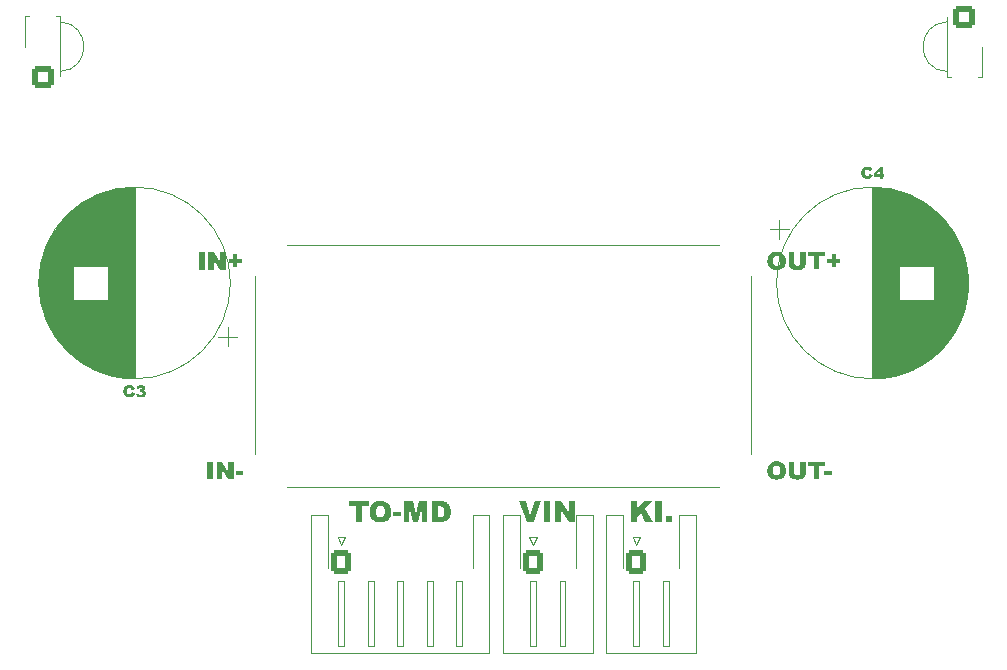
<source format=gbr>
%TF.GenerationSoftware,KiCad,Pcbnew,8.0.1*%
%TF.CreationDate,2024-05-25T14:11:23+09:00*%
%TF.ProjectId,Kicker-20240411,4b69636b-6572-42d3-9230-323430343131,rev?*%
%TF.SameCoordinates,Original*%
%TF.FileFunction,Legend,Top*%
%TF.FilePolarity,Positive*%
%FSLAX46Y46*%
G04 Gerber Fmt 4.6, Leading zero omitted, Abs format (unit mm)*
G04 Created by KiCad (PCBNEW 8.0.1) date 2024-05-25 14:11:23*
%MOMM*%
%LPD*%
G01*
G04 APERTURE LIST*
G04 Aperture macros list*
%AMRoundRect*
0 Rectangle with rounded corners*
0 $1 Rounding radius*
0 $2 $3 $4 $5 $6 $7 $8 $9 X,Y pos of 4 corners*
0 Add a 4 corners polygon primitive as box body*
4,1,4,$2,$3,$4,$5,$6,$7,$8,$9,$2,$3,0*
0 Add four circle primitives for the rounded corners*
1,1,$1+$1,$2,$3*
1,1,$1+$1,$4,$5*
1,1,$1+$1,$6,$7*
1,1,$1+$1,$8,$9*
0 Add four rect primitives between the rounded corners*
20,1,$1+$1,$2,$3,$4,$5,0*
20,1,$1+$1,$4,$5,$6,$7,0*
20,1,$1+$1,$6,$7,$8,$9,0*
20,1,$1+$1,$8,$9,$2,$3,0*%
G04 Aperture macros list end*
%ADD10C,0.150000*%
%ADD11C,0.100000*%
%ADD12C,0.120000*%
%ADD13R,2.400000X2.400000*%
%ADD14C,2.400000*%
%ADD15R,3.000000X3.000000*%
%ADD16RoundRect,0.250000X-0.600000X-0.750000X0.600000X-0.750000X0.600000X0.750000X-0.600000X0.750000X0*%
%ADD17O,1.700000X2.000000*%
%ADD18RoundRect,0.250200X-0.649800X0.649800X-0.649800X-0.649800X0.649800X-0.649800X0.649800X0.649800X0*%
%ADD19C,1.800000*%
%ADD20RoundRect,0.250000X-0.600000X-0.725000X0.600000X-0.725000X0.600000X0.725000X-0.600000X0.725000X0*%
%ADD21O,1.700000X1.950000*%
%ADD22RoundRect,0.250200X0.649800X-0.649800X0.649800X0.649800X-0.649800X0.649800X-0.649800X-0.649800X0*%
G04 APERTURE END LIST*
D10*
G36*
X148525596Y-107258579D02*
G01*
X148798171Y-107337470D01*
X148784683Y-107385370D01*
X148765548Y-107435733D01*
X148742445Y-107481426D01*
X148715372Y-107522447D01*
X148711709Y-107527247D01*
X148676201Y-107567037D01*
X148636172Y-107600954D01*
X148591622Y-107628998D01*
X148564919Y-107642041D01*
X148518207Y-107658924D01*
X148465512Y-107670983D01*
X148414495Y-107677578D01*
X148358896Y-107680480D01*
X148342169Y-107680631D01*
X148292345Y-107679480D01*
X148236429Y-107675061D01*
X148184737Y-107667327D01*
X148129770Y-107654115D01*
X148080552Y-107636392D01*
X148073991Y-107633492D01*
X148029826Y-107609338D01*
X147988372Y-107578334D01*
X147949630Y-107540482D01*
X147918581Y-107502586D01*
X147894228Y-107467163D01*
X147868579Y-107420131D01*
X147848238Y-107368428D01*
X147833202Y-107312053D01*
X147824727Y-107261507D01*
X147819936Y-107207716D01*
X147818757Y-107162348D01*
X147820833Y-107102283D01*
X147827061Y-107045798D01*
X147837441Y-106992893D01*
X147851974Y-106943567D01*
X147870658Y-106897821D01*
X147899853Y-106845673D01*
X147935535Y-106799118D01*
X147951625Y-106782062D01*
X147995841Y-106743714D01*
X148045449Y-106711866D01*
X148100446Y-106686517D01*
X148148325Y-106670918D01*
X148199654Y-106659479D01*
X148254434Y-106652199D01*
X148312663Y-106649079D01*
X148327759Y-106648949D01*
X148385225Y-106650834D01*
X148438708Y-106656486D01*
X148488208Y-106665908D01*
X148542350Y-106682188D01*
X148590755Y-106703895D01*
X148626712Y-106726130D01*
X148665595Y-106757984D01*
X148700546Y-106795659D01*
X148731564Y-106839156D01*
X148758649Y-106888475D01*
X148778216Y-106934021D01*
X148788645Y-106963290D01*
X148513872Y-107024106D01*
X148496243Y-106978480D01*
X148483586Y-106957184D01*
X148448419Y-106920897D01*
X148419594Y-106902718D01*
X148371742Y-106886607D01*
X148335330Y-106883422D01*
X148285535Y-106888628D01*
X148236888Y-106906928D01*
X148196045Y-106938405D01*
X148173153Y-106966709D01*
X148150742Y-107012223D01*
X148137669Y-107064973D01*
X148132149Y-107113721D01*
X148130655Y-107160882D01*
X148132441Y-107218633D01*
X148137799Y-107269154D01*
X148148565Y-107318958D01*
X148169551Y-107368531D01*
X148181457Y-107385341D01*
X148221262Y-107419966D01*
X148270821Y-107440219D01*
X148324339Y-107446158D01*
X148375941Y-107441483D01*
X148422839Y-107425541D01*
X148459406Y-107398286D01*
X148490123Y-107356086D01*
X148510316Y-107311578D01*
X148524289Y-107264261D01*
X148525596Y-107258579D01*
G37*
G36*
X149169420Y-106961580D02*
G01*
X148904905Y-106917616D01*
X148919408Y-106870945D01*
X148941732Y-106821921D01*
X148969877Y-106778741D01*
X149003842Y-106741405D01*
X149031667Y-106718314D01*
X149076428Y-106691286D01*
X149128645Y-106670897D01*
X149179338Y-106658704D01*
X149235509Y-106651388D01*
X149286503Y-106649017D01*
X149297159Y-106648949D01*
X149356159Y-106650690D01*
X149409816Y-106655914D01*
X149458130Y-106664620D01*
X149509055Y-106679664D01*
X149558743Y-106703553D01*
X149582434Y-106720268D01*
X149620903Y-106758111D01*
X149648380Y-106800563D01*
X149664866Y-106847626D01*
X149670362Y-106899298D01*
X149664436Y-106948563D01*
X149644801Y-106997289D01*
X149634458Y-107013604D01*
X149599479Y-107053182D01*
X149560498Y-107083396D01*
X149526747Y-107103485D01*
X149575408Y-107118244D01*
X149615896Y-107137435D01*
X149655453Y-107168577D01*
X149686501Y-107207292D01*
X149693809Y-107219745D01*
X149712843Y-107267984D01*
X149720973Y-107319558D01*
X149721653Y-107341133D01*
X149718001Y-107390445D01*
X149707047Y-107438635D01*
X149688790Y-107485705D01*
X149675491Y-107511371D01*
X149646455Y-107554165D01*
X149611005Y-107591046D01*
X149569141Y-107622016D01*
X149543111Y-107636667D01*
X149496476Y-107655901D01*
X149443033Y-107669640D01*
X149390685Y-107677153D01*
X149341667Y-107680245D01*
X149315721Y-107680631D01*
X149266282Y-107679506D01*
X149213747Y-107675350D01*
X149160491Y-107666852D01*
X149109226Y-107652510D01*
X149099078Y-107648635D01*
X149052209Y-107625599D01*
X149010826Y-107596791D01*
X148974929Y-107562210D01*
X148968408Y-107554602D01*
X148938817Y-107512751D01*
X148913854Y-107464747D01*
X148895343Y-107416282D01*
X148890006Y-107399019D01*
X149169420Y-107368000D01*
X149184269Y-107414860D01*
X149210075Y-107456338D01*
X149220466Y-107465942D01*
X149265632Y-107487863D01*
X149308882Y-107493053D01*
X149357415Y-107484520D01*
X149400073Y-107456607D01*
X149402427Y-107454218D01*
X149429425Y-107411946D01*
X149439710Y-107362325D01*
X149440041Y-107350415D01*
X149434075Y-107301594D01*
X149412365Y-107257583D01*
X149403893Y-107248077D01*
X149361517Y-107220783D01*
X149310033Y-107211720D01*
X149306196Y-107211685D01*
X149255344Y-107217791D01*
X149215582Y-107227316D01*
X149229992Y-107021175D01*
X149266384Y-107024106D01*
X149316759Y-107016596D01*
X149357975Y-106994064D01*
X149388769Y-106954515D01*
X149394856Y-106922990D01*
X149380598Y-106874664D01*
X149367256Y-106860219D01*
X149322412Y-106839327D01*
X149291785Y-106836528D01*
X149241880Y-106845338D01*
X149211185Y-106864371D01*
X149184071Y-106905552D01*
X149170871Y-106953043D01*
X149169420Y-106961580D01*
G37*
D11*
G36*
X154909718Y-113121871D02*
G01*
X155377199Y-113121871D01*
X155377199Y-114622500D01*
X154909718Y-114622500D01*
X154909718Y-113121871D01*
G37*
G36*
X155710224Y-113121871D02*
G01*
X156146197Y-113121871D01*
X156715161Y-113967440D01*
X156715161Y-113121871D01*
X157154798Y-113121871D01*
X157154798Y-114622500D01*
X156715161Y-114622500D01*
X156149128Y-113781327D01*
X156149128Y-114622500D01*
X155710224Y-114622500D01*
X155710224Y-113121871D01*
G37*
G36*
X157347506Y-113895633D02*
G01*
X157957502Y-113895633D01*
X157957502Y-114223895D01*
X157347506Y-114223895D01*
X157347506Y-113895633D01*
G37*
G36*
X154222418Y-95371871D02*
G01*
X154689899Y-95371871D01*
X154689899Y-96872500D01*
X154222418Y-96872500D01*
X154222418Y-95371871D01*
G37*
G36*
X155022924Y-95371871D02*
G01*
X155458897Y-95371871D01*
X156027861Y-96217440D01*
X156027861Y-95371871D01*
X156467498Y-95371871D01*
X156467498Y-96872500D01*
X156027861Y-96872500D01*
X155461828Y-96031327D01*
X155461828Y-96872500D01*
X155022924Y-96872500D01*
X155022924Y-95371871D01*
G37*
G36*
X156744469Y-95958054D02*
G01*
X157139044Y-95958054D01*
X157139044Y-95559450D01*
X157472069Y-95559450D01*
X157472069Y-95958054D01*
X157868841Y-95958054D01*
X157868841Y-96286317D01*
X157472069Y-96286317D01*
X157472069Y-96684921D01*
X157139044Y-96684921D01*
X157139044Y-96286317D01*
X156744469Y-96286317D01*
X156744469Y-95958054D01*
G37*
G36*
X203217522Y-95351561D02*
G01*
X203303663Y-95360972D01*
X203384401Y-95376657D01*
X203459734Y-95398616D01*
X203529664Y-95426849D01*
X203609477Y-95470963D01*
X203680847Y-95524880D01*
X203707030Y-95549192D01*
X203765818Y-95615744D01*
X203814643Y-95690149D01*
X203853503Y-95772407D01*
X203877416Y-95843868D01*
X203894953Y-95920356D01*
X203906113Y-96001869D01*
X203910896Y-96088408D01*
X203911095Y-96110828D01*
X203908913Y-96190503D01*
X203902365Y-96265581D01*
X203888747Y-96349606D01*
X203868843Y-96427011D01*
X203842654Y-96497795D01*
X203821702Y-96541306D01*
X203778949Y-96611158D01*
X203728587Y-96673891D01*
X203670617Y-96729508D01*
X203605038Y-96778006D01*
X203564148Y-96802524D01*
X203486598Y-96838926D01*
X203413792Y-96863012D01*
X203335138Y-96880528D01*
X203250637Y-96891476D01*
X203175752Y-96895582D01*
X203144661Y-96895947D01*
X203066903Y-96893979D01*
X202993457Y-96888076D01*
X202911012Y-96875797D01*
X202834776Y-96857851D01*
X202764747Y-96834237D01*
X202721510Y-96815347D01*
X202651293Y-96775596D01*
X202587142Y-96726870D01*
X202529056Y-96669167D01*
X202477037Y-96602489D01*
X202450034Y-96560357D01*
X202414675Y-96491745D01*
X202386630Y-96416977D01*
X202365902Y-96336052D01*
X202352490Y-96248970D01*
X202346901Y-96171699D01*
X202345987Y-96123285D01*
X202812735Y-96123285D01*
X202815723Y-96203059D01*
X202826763Y-96284897D01*
X202849340Y-96363613D01*
X202887439Y-96433285D01*
X202897732Y-96446051D01*
X202956829Y-96497829D01*
X203027877Y-96530430D01*
X203102036Y-96543374D01*
X203128907Y-96544237D01*
X203208216Y-96536644D01*
X203283693Y-96510398D01*
X203345860Y-96465404D01*
X203361915Y-96448250D01*
X203401763Y-96381995D01*
X203426235Y-96302860D01*
X203439195Y-96217990D01*
X203444025Y-96133634D01*
X203444347Y-96103135D01*
X203441320Y-96028516D01*
X203430138Y-95951490D01*
X203407269Y-95876683D01*
X203368677Y-95809385D01*
X203358251Y-95796854D01*
X203298467Y-95745849D01*
X203226732Y-95713735D01*
X203151954Y-95700984D01*
X203124877Y-95700134D01*
X203049913Y-95707900D01*
X202976883Y-95734748D01*
X202914658Y-95780773D01*
X202898098Y-95798319D01*
X202856834Y-95863721D01*
X202831492Y-95938934D01*
X202818070Y-96017932D01*
X202813068Y-96095439D01*
X202812735Y-96123285D01*
X202345987Y-96123285D01*
X202349204Y-96034229D01*
X202358855Y-95950246D01*
X202374941Y-95871335D01*
X202397461Y-95797495D01*
X202426415Y-95728727D01*
X202471656Y-95649900D01*
X202526951Y-95578997D01*
X202551884Y-95552855D01*
X202620285Y-95493962D01*
X202696576Y-95445050D01*
X202763289Y-95413107D01*
X202835050Y-95387554D01*
X202911861Y-95368388D01*
X202993720Y-95355611D01*
X203080629Y-95349223D01*
X203125976Y-95348424D01*
X203217522Y-95351561D01*
G37*
G36*
X205135851Y-95371871D02*
G01*
X205601500Y-95371871D01*
X205601500Y-96264701D01*
X205598196Y-96338143D01*
X205586776Y-96417026D01*
X205567198Y-96493046D01*
X205559734Y-96515294D01*
X205529016Y-96586163D01*
X205489066Y-96651307D01*
X205439886Y-96710727D01*
X205428942Y-96721924D01*
X205372442Y-96771955D01*
X205308308Y-96815089D01*
X205242096Y-96845755D01*
X205170564Y-96867714D01*
X205092254Y-96883399D01*
X205018172Y-96891977D01*
X204938901Y-96895751D01*
X204915300Y-96895947D01*
X204837104Y-96894129D01*
X204761885Y-96889320D01*
X204682730Y-96881506D01*
X204674598Y-96880560D01*
X204597461Y-96868009D01*
X204522198Y-96847426D01*
X204456978Y-96819743D01*
X204393368Y-96780313D01*
X204333879Y-96730167D01*
X204296510Y-96690783D01*
X204252050Y-96632497D01*
X204215892Y-96567531D01*
X204197226Y-96517859D01*
X204176328Y-96440067D01*
X204162269Y-96367433D01*
X204154670Y-96292780D01*
X204153995Y-96264701D01*
X204153995Y-95371871D01*
X204619644Y-95371871D01*
X204619644Y-96284118D01*
X204627739Y-96361924D01*
X204655036Y-96432387D01*
X204688154Y-96475361D01*
X204752586Y-96519955D01*
X204827624Y-96540941D01*
X204878297Y-96544237D01*
X204955016Y-96536228D01*
X205024689Y-96509223D01*
X205067341Y-96476460D01*
X205111698Y-96412019D01*
X205132573Y-96335898D01*
X205135851Y-96284118D01*
X205135851Y-95371871D01*
G37*
G36*
X205794940Y-95371871D02*
G01*
X207213869Y-95371871D01*
X207213869Y-95723581D01*
X206737962Y-95723581D01*
X206737962Y-96872500D01*
X206271214Y-96872500D01*
X206271214Y-95723581D01*
X205794940Y-95723581D01*
X205794940Y-95371871D01*
G37*
G36*
X207392655Y-95958054D02*
G01*
X207787229Y-95958054D01*
X207787229Y-95559450D01*
X208120254Y-95559450D01*
X208120254Y-95958054D01*
X208517027Y-95958054D01*
X208517027Y-96286317D01*
X208120254Y-96286317D01*
X208120254Y-96684921D01*
X207787229Y-96684921D01*
X207787229Y-96286317D01*
X207392655Y-96286317D01*
X207392655Y-95958054D01*
G37*
G36*
X203217522Y-113101561D02*
G01*
X203303663Y-113110972D01*
X203384401Y-113126657D01*
X203459734Y-113148616D01*
X203529664Y-113176849D01*
X203609477Y-113220963D01*
X203680847Y-113274880D01*
X203707030Y-113299192D01*
X203765818Y-113365744D01*
X203814643Y-113440149D01*
X203853503Y-113522407D01*
X203877416Y-113593868D01*
X203894953Y-113670356D01*
X203906113Y-113751869D01*
X203910896Y-113838408D01*
X203911095Y-113860828D01*
X203908913Y-113940503D01*
X203902365Y-114015581D01*
X203888747Y-114099606D01*
X203868843Y-114177011D01*
X203842654Y-114247795D01*
X203821702Y-114291306D01*
X203778949Y-114361158D01*
X203728587Y-114423891D01*
X203670617Y-114479508D01*
X203605038Y-114528006D01*
X203564148Y-114552524D01*
X203486598Y-114588926D01*
X203413792Y-114613012D01*
X203335138Y-114630528D01*
X203250637Y-114641476D01*
X203175752Y-114645582D01*
X203144661Y-114645947D01*
X203066903Y-114643979D01*
X202993457Y-114638076D01*
X202911012Y-114625797D01*
X202834776Y-114607851D01*
X202764747Y-114584237D01*
X202721510Y-114565347D01*
X202651293Y-114525596D01*
X202587142Y-114476870D01*
X202529056Y-114419167D01*
X202477037Y-114352489D01*
X202450034Y-114310357D01*
X202414675Y-114241745D01*
X202386630Y-114166977D01*
X202365902Y-114086052D01*
X202352490Y-113998970D01*
X202346901Y-113921699D01*
X202345987Y-113873285D01*
X202812735Y-113873285D01*
X202815723Y-113953059D01*
X202826763Y-114034897D01*
X202849340Y-114113613D01*
X202887439Y-114183285D01*
X202897732Y-114196051D01*
X202956829Y-114247829D01*
X203027877Y-114280430D01*
X203102036Y-114293374D01*
X203128907Y-114294237D01*
X203208216Y-114286644D01*
X203283693Y-114260398D01*
X203345860Y-114215404D01*
X203361915Y-114198250D01*
X203401763Y-114131995D01*
X203426235Y-114052860D01*
X203439195Y-113967990D01*
X203444025Y-113883634D01*
X203444347Y-113853135D01*
X203441320Y-113778516D01*
X203430138Y-113701490D01*
X203407269Y-113626683D01*
X203368677Y-113559385D01*
X203358251Y-113546854D01*
X203298467Y-113495849D01*
X203226732Y-113463735D01*
X203151954Y-113450984D01*
X203124877Y-113450134D01*
X203049913Y-113457900D01*
X202976883Y-113484748D01*
X202914658Y-113530773D01*
X202898098Y-113548319D01*
X202856834Y-113613721D01*
X202831492Y-113688934D01*
X202818070Y-113767932D01*
X202813068Y-113845439D01*
X202812735Y-113873285D01*
X202345987Y-113873285D01*
X202349204Y-113784229D01*
X202358855Y-113700246D01*
X202374941Y-113621335D01*
X202397461Y-113547495D01*
X202426415Y-113478727D01*
X202471656Y-113399900D01*
X202526951Y-113328997D01*
X202551884Y-113302855D01*
X202620285Y-113243962D01*
X202696576Y-113195050D01*
X202763289Y-113163107D01*
X202835050Y-113137554D01*
X202911861Y-113118388D01*
X202993720Y-113105611D01*
X203080629Y-113099223D01*
X203125976Y-113098424D01*
X203217522Y-113101561D01*
G37*
G36*
X205135851Y-113121871D02*
G01*
X205601500Y-113121871D01*
X205601500Y-114014701D01*
X205598196Y-114088143D01*
X205586776Y-114167026D01*
X205567198Y-114243046D01*
X205559734Y-114265294D01*
X205529016Y-114336163D01*
X205489066Y-114401307D01*
X205439886Y-114460727D01*
X205428942Y-114471924D01*
X205372442Y-114521955D01*
X205308308Y-114565089D01*
X205242096Y-114595755D01*
X205170564Y-114617714D01*
X205092254Y-114633399D01*
X205018172Y-114641977D01*
X204938901Y-114645751D01*
X204915300Y-114645947D01*
X204837104Y-114644129D01*
X204761885Y-114639320D01*
X204682730Y-114631506D01*
X204674598Y-114630560D01*
X204597461Y-114618009D01*
X204522198Y-114597426D01*
X204456978Y-114569743D01*
X204393368Y-114530313D01*
X204333879Y-114480167D01*
X204296510Y-114440783D01*
X204252050Y-114382497D01*
X204215892Y-114317531D01*
X204197226Y-114267859D01*
X204176328Y-114190067D01*
X204162269Y-114117433D01*
X204154670Y-114042780D01*
X204153995Y-114014701D01*
X204153995Y-113121871D01*
X204619644Y-113121871D01*
X204619644Y-114034118D01*
X204627739Y-114111924D01*
X204655036Y-114182387D01*
X204688154Y-114225361D01*
X204752586Y-114269955D01*
X204827624Y-114290941D01*
X204878297Y-114294237D01*
X204955016Y-114286228D01*
X205024689Y-114259223D01*
X205067341Y-114226460D01*
X205111698Y-114162019D01*
X205132573Y-114085898D01*
X205135851Y-114034118D01*
X205135851Y-113121871D01*
G37*
G36*
X205794940Y-113121871D02*
G01*
X207213869Y-113121871D01*
X207213869Y-113473581D01*
X206737962Y-113473581D01*
X206737962Y-114622500D01*
X206271214Y-114622500D01*
X206271214Y-113473581D01*
X205794940Y-113473581D01*
X205794940Y-113121871D01*
G37*
G36*
X207166242Y-113895633D02*
G01*
X207776238Y-113895633D01*
X207776238Y-114223895D01*
X207166242Y-114223895D01*
X207166242Y-113895633D01*
G37*
D10*
G36*
X181307693Y-116475518D02*
G01*
X181877451Y-116475518D01*
X182274101Y-117735567D01*
X182664768Y-116475518D01*
X183217856Y-116475518D01*
X182563895Y-118226251D01*
X181973622Y-118226251D01*
X181307693Y-116475518D01*
G37*
G36*
X183408487Y-116475518D02*
G01*
X183953882Y-116475518D01*
X183953882Y-118226251D01*
X183408487Y-118226251D01*
X183408487Y-116475518D01*
G37*
G36*
X184342411Y-116475518D02*
G01*
X184851047Y-116475518D01*
X185514838Y-117462015D01*
X185514838Y-116475518D01*
X186027748Y-116475518D01*
X186027748Y-118226251D01*
X185514838Y-118226251D01*
X184854466Y-117244883D01*
X184854466Y-118226251D01*
X184342411Y-118226251D01*
X184342411Y-116475518D01*
G37*
G36*
X166928734Y-116475518D02*
G01*
X168584151Y-116475518D01*
X168584151Y-116885846D01*
X168028926Y-116885846D01*
X168028926Y-118226251D01*
X167484386Y-118226251D01*
X167484386Y-116885846D01*
X166928734Y-116885846D01*
X166928734Y-116475518D01*
G37*
G36*
X169685144Y-116451822D02*
G01*
X169785642Y-116462802D01*
X169879836Y-116481101D01*
X169967725Y-116506720D01*
X170049310Y-116539658D01*
X170142425Y-116591125D01*
X170225690Y-116654028D01*
X170256237Y-116682391D01*
X170324823Y-116760035D01*
X170381785Y-116846842D01*
X170427122Y-116942810D01*
X170455021Y-117026181D01*
X170475481Y-117115416D01*
X170488500Y-117210515D01*
X170494080Y-117311477D01*
X170494313Y-117337634D01*
X170491767Y-117430588D01*
X170484128Y-117518179D01*
X170468240Y-117616208D01*
X170445019Y-117706513D01*
X170414464Y-117789095D01*
X170390021Y-117839858D01*
X170340142Y-117921352D01*
X170281387Y-117994541D01*
X170213755Y-118059427D01*
X170137246Y-118116008D01*
X170089541Y-118144612D01*
X169999066Y-118187081D01*
X169914126Y-118215181D01*
X169822363Y-118235618D01*
X169723778Y-118248390D01*
X169636412Y-118253180D01*
X169600140Y-118253606D01*
X169509423Y-118251310D01*
X169423735Y-118244423D01*
X169327549Y-118230097D01*
X169238607Y-118209160D01*
X169156907Y-118181611D01*
X169106464Y-118159572D01*
X169024544Y-118113197D01*
X168949701Y-118056349D01*
X168881934Y-117989030D01*
X168821245Y-117911238D01*
X168789742Y-117862084D01*
X168748489Y-117782037D01*
X168715771Y-117694808D01*
X168691588Y-117600395D01*
X168675940Y-117498800D01*
X168669420Y-117408650D01*
X168668353Y-117352166D01*
X169212893Y-117352166D01*
X169216379Y-117445237D01*
X169229258Y-117540714D01*
X169255598Y-117632550D01*
X169300047Y-117713833D01*
X169312055Y-117728728D01*
X169381003Y-117789135D01*
X169463891Y-117827169D01*
X169550411Y-117842271D01*
X169581760Y-117843278D01*
X169674287Y-117834419D01*
X169762343Y-117803799D01*
X169834872Y-117751305D01*
X169853603Y-117731292D01*
X169900091Y-117653995D01*
X169928642Y-117561671D01*
X169943763Y-117462656D01*
X169949398Y-117364241D01*
X169949773Y-117328658D01*
X169946242Y-117241604D01*
X169933196Y-117151739D01*
X169906515Y-117064464D01*
X169861492Y-116985950D01*
X169849329Y-116971331D01*
X169779580Y-116911825D01*
X169695890Y-116874359D01*
X169608649Y-116859482D01*
X169577059Y-116858491D01*
X169489600Y-116867552D01*
X169404399Y-116898874D01*
X169331803Y-116952569D01*
X169312483Y-116973040D01*
X169264341Y-117049342D01*
X169234775Y-117137091D01*
X169219117Y-117229255D01*
X169213282Y-117319680D01*
X169212893Y-117352166D01*
X168668353Y-117352166D01*
X168672107Y-117248269D01*
X168683367Y-117150288D01*
X168702133Y-117058225D01*
X168728406Y-116972079D01*
X168762186Y-116891850D01*
X168814968Y-116799884D01*
X168879478Y-116717165D01*
X168908566Y-116686666D01*
X168988368Y-116617956D01*
X169077374Y-116560893D01*
X169155205Y-116523626D01*
X169238927Y-116493814D01*
X169328540Y-116471454D01*
X169424042Y-116456547D01*
X169525436Y-116449094D01*
X169578341Y-116448163D01*
X169685144Y-116451822D01*
G37*
G36*
X170650323Y-117378239D02*
G01*
X171361986Y-117378239D01*
X171361986Y-117761212D01*
X170650323Y-117761212D01*
X170650323Y-117378239D01*
G37*
G36*
X171585956Y-116475518D02*
G01*
X172302320Y-116475518D01*
X172578864Y-117536387D01*
X172854126Y-116475518D01*
X173568353Y-116475518D01*
X173568353Y-118226251D01*
X173123404Y-118226251D01*
X173123404Y-116882426D01*
X172778472Y-118226251D01*
X172375838Y-118226251D01*
X172031760Y-116882426D01*
X172031760Y-118226251D01*
X171585956Y-118226251D01*
X171585956Y-116475518D01*
G37*
G36*
X174806219Y-116477787D02*
G01*
X174898871Y-116486170D01*
X174994040Y-116503313D01*
X175077775Y-116528525D01*
X175106228Y-116540059D01*
X175185118Y-116580792D01*
X175255894Y-116630384D01*
X175318555Y-116688834D01*
X175349861Y-116725134D01*
X175399764Y-116796079D01*
X175441283Y-116873312D01*
X175474417Y-116956834D01*
X175489201Y-117005952D01*
X175510069Y-117097393D01*
X175524108Y-117191877D01*
X175530853Y-117278417D01*
X175532371Y-117344900D01*
X175530102Y-117445774D01*
X175523295Y-117537782D01*
X175509618Y-117633920D01*
X175489764Y-117717990D01*
X175467830Y-117780446D01*
X175427810Y-117863318D01*
X175379879Y-117938346D01*
X175324036Y-118005531D01*
X175289594Y-118039466D01*
X175216598Y-118097844D01*
X175140262Y-118142615D01*
X175060587Y-118173779D01*
X175044252Y-118178379D01*
X174956817Y-118199323D01*
X174863497Y-118215732D01*
X174775520Y-118224568D01*
X174719836Y-118226251D01*
X173910721Y-118226251D01*
X173910721Y-116885846D01*
X174455260Y-116885846D01*
X174455260Y-117815923D01*
X174588617Y-117815923D01*
X174676771Y-117813049D01*
X174763393Y-117801731D01*
X174831394Y-117779591D01*
X174899217Y-117725215D01*
X174944234Y-117651791D01*
X174969239Y-117567321D01*
X174981260Y-117472687D01*
X174985107Y-117381111D01*
X174985267Y-117356013D01*
X174982051Y-117260564D01*
X174970171Y-117164400D01*
X174945875Y-117074534D01*
X174904874Y-116998980D01*
X174893798Y-116985863D01*
X174825126Y-116933120D01*
X174743193Y-116902353D01*
X174654356Y-116888288D01*
X174591181Y-116885846D01*
X174455260Y-116885846D01*
X173910721Y-116885846D01*
X173910721Y-116475518D01*
X174719836Y-116475518D01*
X174806219Y-116477787D01*
G37*
G36*
X190779187Y-116475518D02*
G01*
X191323727Y-116475518D01*
X191323727Y-117137172D01*
X191894767Y-116475518D01*
X192618397Y-116475518D01*
X191976405Y-117135889D01*
X192647035Y-118226251D01*
X191976405Y-118226251D01*
X191604972Y-117506039D01*
X191323727Y-117798826D01*
X191323727Y-118226251D01*
X190779187Y-118226251D01*
X190779187Y-116475518D01*
G37*
G36*
X192838094Y-116475518D02*
G01*
X193383488Y-116475518D01*
X193383488Y-118226251D01*
X192838094Y-118226251D01*
X192838094Y-116475518D01*
G37*
G36*
X193737396Y-117733857D02*
G01*
X194260136Y-117733857D01*
X194260136Y-118226251D01*
X193737396Y-118226251D01*
X193737396Y-117733857D01*
G37*
G36*
X211000087Y-88758579D02*
G01*
X211272662Y-88837470D01*
X211259174Y-88885370D01*
X211240039Y-88935733D01*
X211216936Y-88981426D01*
X211189863Y-89022447D01*
X211186200Y-89027247D01*
X211150692Y-89067037D01*
X211110663Y-89100954D01*
X211066113Y-89128998D01*
X211039410Y-89142041D01*
X210992698Y-89158924D01*
X210940003Y-89170983D01*
X210888986Y-89177578D01*
X210833387Y-89180480D01*
X210816660Y-89180631D01*
X210766836Y-89179480D01*
X210710920Y-89175061D01*
X210659228Y-89167327D01*
X210604261Y-89154115D01*
X210555043Y-89136392D01*
X210548482Y-89133492D01*
X210504317Y-89109338D01*
X210462863Y-89078334D01*
X210424121Y-89040482D01*
X210393072Y-89002586D01*
X210368719Y-88967163D01*
X210343070Y-88920131D01*
X210322729Y-88868428D01*
X210307693Y-88812053D01*
X210299218Y-88761507D01*
X210294427Y-88707716D01*
X210293248Y-88662348D01*
X210295324Y-88602283D01*
X210301552Y-88545798D01*
X210311932Y-88492893D01*
X210326465Y-88443567D01*
X210345149Y-88397821D01*
X210374344Y-88345673D01*
X210410026Y-88299118D01*
X210426116Y-88282062D01*
X210470332Y-88243714D01*
X210519940Y-88211866D01*
X210574937Y-88186517D01*
X210622816Y-88170918D01*
X210674145Y-88159479D01*
X210728925Y-88152199D01*
X210787154Y-88149079D01*
X210802250Y-88148949D01*
X210859716Y-88150834D01*
X210913199Y-88156486D01*
X210962699Y-88165908D01*
X211016841Y-88182188D01*
X211065246Y-88203895D01*
X211101203Y-88226130D01*
X211140086Y-88257984D01*
X211175037Y-88295659D01*
X211206055Y-88339156D01*
X211233140Y-88388475D01*
X211252707Y-88434021D01*
X211263136Y-88463290D01*
X210988363Y-88524106D01*
X210970734Y-88478480D01*
X210958077Y-88457184D01*
X210922910Y-88420897D01*
X210894085Y-88402718D01*
X210846233Y-88386607D01*
X210809821Y-88383422D01*
X210760026Y-88388628D01*
X210711379Y-88406928D01*
X210670536Y-88438405D01*
X210647644Y-88466709D01*
X210625233Y-88512223D01*
X210612160Y-88564973D01*
X210606640Y-88613721D01*
X210605146Y-88660882D01*
X210606932Y-88718633D01*
X210612290Y-88769154D01*
X210623056Y-88818958D01*
X210644042Y-88868531D01*
X210655948Y-88885341D01*
X210695753Y-88919966D01*
X210745312Y-88940219D01*
X210798830Y-88946158D01*
X210850432Y-88941483D01*
X210897330Y-88925541D01*
X210933897Y-88898286D01*
X210964614Y-88856086D01*
X210984807Y-88811578D01*
X210998780Y-88764261D01*
X211000087Y-88758579D01*
G37*
G36*
X212097225Y-88758579D02*
G01*
X212223743Y-88758579D01*
X212223743Y-88993053D01*
X212097225Y-88993053D01*
X212097225Y-89165000D01*
X211853471Y-89165000D01*
X211853471Y-88993053D01*
X211343736Y-88993053D01*
X211343736Y-88760778D01*
X211345568Y-88758579D01*
X211584315Y-88758579D01*
X211853471Y-88758579D01*
X211853471Y-88443262D01*
X211584315Y-88758579D01*
X211345568Y-88758579D01*
X211853471Y-88148949D01*
X212097225Y-88148949D01*
X212097225Y-88758579D01*
G37*
D12*
%TO.C,C3*%
X140681755Y-98765000D02*
X140681755Y-97235000D01*
X140721755Y-99098000D02*
X140721755Y-96902000D01*
X140761755Y-99351000D02*
X140761755Y-96649000D01*
X140801755Y-99564000D02*
X140801755Y-96436000D01*
X140841755Y-99752000D02*
X140841755Y-96248000D01*
X140881755Y-99920000D02*
X140881755Y-96080000D01*
X140921755Y-100074000D02*
X140921755Y-95926000D01*
X140961755Y-100218000D02*
X140961755Y-95782000D01*
X141001755Y-100351000D02*
X141001755Y-95649000D01*
X141041755Y-100478000D02*
X141041755Y-95522000D01*
X141081755Y-100597000D02*
X141081755Y-95403000D01*
X141121755Y-100711000D02*
X141121755Y-95289000D01*
X141161755Y-100820000D02*
X141161755Y-95180000D01*
X141201755Y-100924000D02*
X141201755Y-95076000D01*
X141241755Y-101024000D02*
X141241755Y-94976000D01*
X141281755Y-101120000D02*
X141281755Y-94880000D01*
X141321755Y-101213000D02*
X141321755Y-94787000D01*
X141361755Y-101303000D02*
X141361755Y-94697000D01*
X141401755Y-101390000D02*
X141401755Y-94610000D01*
X141441755Y-101475000D02*
X141441755Y-94525000D01*
X141481755Y-101557000D02*
X141481755Y-94443000D01*
X141521755Y-101637000D02*
X141521755Y-94363000D01*
X141561755Y-101715000D02*
X141561755Y-94285000D01*
X141601755Y-101790000D02*
X141601755Y-94210000D01*
X141641755Y-101864000D02*
X141641755Y-94136000D01*
X141681755Y-101936000D02*
X141681755Y-94064000D01*
X141721755Y-102007000D02*
X141721755Y-93993000D01*
X141761755Y-102076000D02*
X141761755Y-93924000D01*
X141801755Y-102143000D02*
X141801755Y-93857000D01*
X141841755Y-102209000D02*
X141841755Y-93791000D01*
X141881755Y-102273000D02*
X141881755Y-93727000D01*
X141921755Y-102336000D02*
X141921755Y-93664000D01*
X141961755Y-102398000D02*
X141961755Y-93602000D01*
X142001755Y-102459000D02*
X142001755Y-93541000D01*
X142041755Y-102519000D02*
X142041755Y-93481000D01*
X142081755Y-102577000D02*
X142081755Y-93423000D01*
X142121755Y-102634000D02*
X142121755Y-93366000D01*
X142161755Y-102691000D02*
X142161755Y-93309000D01*
X142201755Y-102746000D02*
X142201755Y-93254000D01*
X142241755Y-102800000D02*
X142241755Y-93200000D01*
X142281755Y-102854000D02*
X142281755Y-93146000D01*
X142321755Y-102906000D02*
X142321755Y-93094000D01*
X142361755Y-102958000D02*
X142361755Y-93042000D01*
X142401755Y-103009000D02*
X142401755Y-92991000D01*
X142441755Y-103059000D02*
X142441755Y-92941000D01*
X142481755Y-103108000D02*
X142481755Y-92892000D01*
X142521755Y-103156000D02*
X142521755Y-92844000D01*
X142561755Y-103204000D02*
X142561755Y-92796000D01*
X142601755Y-103251000D02*
X142601755Y-92749000D01*
X142641755Y-103297000D02*
X142641755Y-92703000D01*
X142681755Y-103343000D02*
X142681755Y-92657000D01*
X142721755Y-103388000D02*
X142721755Y-92612000D01*
X142761755Y-103432000D02*
X142761755Y-92568000D01*
X142801755Y-103475000D02*
X142801755Y-92525000D01*
X142841755Y-103518000D02*
X142841755Y-92482000D01*
X142881755Y-103560000D02*
X142881755Y-92440000D01*
X142921755Y-103602000D02*
X142921755Y-92398000D01*
X142961755Y-103643000D02*
X142961755Y-92357000D01*
X143001755Y-103684000D02*
X143001755Y-92316000D01*
X143041755Y-103724000D02*
X143041755Y-92276000D01*
X143081755Y-103763000D02*
X143081755Y-92237000D01*
X143121755Y-103802000D02*
X143121755Y-92198000D01*
X143161755Y-103840000D02*
X143161755Y-92160000D01*
X143201755Y-103878000D02*
X143201755Y-92122000D01*
X143241755Y-103916000D02*
X143241755Y-92084000D01*
X143281755Y-103952000D02*
X143281755Y-92048000D01*
X143321755Y-103989000D02*
X143321755Y-92011000D01*
X143361755Y-104025000D02*
X143361755Y-91975000D01*
X143401755Y-104060000D02*
X143401755Y-91940000D01*
X143441755Y-104095000D02*
X143441755Y-91905000D01*
X143481755Y-104129000D02*
X143481755Y-91871000D01*
X143521755Y-104163000D02*
X143521755Y-91837000D01*
X143561755Y-104197000D02*
X143561755Y-91803000D01*
X143601755Y-96560000D02*
X143601755Y-91770000D01*
X143601755Y-104230000D02*
X143601755Y-99440000D01*
X143641755Y-96560000D02*
X143641755Y-91737000D01*
X143641755Y-104263000D02*
X143641755Y-99440000D01*
X143681755Y-96560000D02*
X143681755Y-91705000D01*
X143681755Y-104295000D02*
X143681755Y-99440000D01*
X143721755Y-96560000D02*
X143721755Y-91673000D01*
X143721755Y-104327000D02*
X143721755Y-99440000D01*
X143761755Y-96560000D02*
X143761755Y-91642000D01*
X143761755Y-104358000D02*
X143761755Y-99440000D01*
X143801755Y-96560000D02*
X143801755Y-91610000D01*
X143801755Y-104390000D02*
X143801755Y-99440000D01*
X143841755Y-96560000D02*
X143841755Y-91580000D01*
X143841755Y-104420000D02*
X143841755Y-99440000D01*
X143881755Y-96560000D02*
X143881755Y-91550000D01*
X143881755Y-104450000D02*
X143881755Y-99440000D01*
X143921755Y-96560000D02*
X143921755Y-91520000D01*
X143921755Y-104480000D02*
X143921755Y-99440000D01*
X143961755Y-96560000D02*
X143961755Y-91490000D01*
X143961755Y-104510000D02*
X143961755Y-99440000D01*
X144001755Y-96560000D02*
X144001755Y-91461000D01*
X144001755Y-104539000D02*
X144001755Y-99440000D01*
X144041755Y-96560000D02*
X144041755Y-91432000D01*
X144041755Y-104568000D02*
X144041755Y-99440000D01*
X144081755Y-96560000D02*
X144081755Y-91404000D01*
X144081755Y-104596000D02*
X144081755Y-99440000D01*
X144121755Y-96560000D02*
X144121755Y-91376000D01*
X144121755Y-104624000D02*
X144121755Y-99440000D01*
X144161755Y-96560000D02*
X144161755Y-91348000D01*
X144161755Y-104652000D02*
X144161755Y-99440000D01*
X144201755Y-96560000D02*
X144201755Y-91321000D01*
X144201755Y-104679000D02*
X144201755Y-99440000D01*
X144241755Y-96560000D02*
X144241755Y-91294000D01*
X144241755Y-104706000D02*
X144241755Y-99440000D01*
X144281755Y-96560000D02*
X144281755Y-91267000D01*
X144281755Y-104733000D02*
X144281755Y-99440000D01*
X144321755Y-96560000D02*
X144321755Y-91241000D01*
X144321755Y-104759000D02*
X144321755Y-99440000D01*
X144361755Y-96560000D02*
X144361755Y-91215000D01*
X144361755Y-104785000D02*
X144361755Y-99440000D01*
X144401755Y-96560000D02*
X144401755Y-91189000D01*
X144401755Y-104811000D02*
X144401755Y-99440000D01*
X144441755Y-96560000D02*
X144441755Y-91164000D01*
X144441755Y-104836000D02*
X144441755Y-99440000D01*
X144481755Y-96560000D02*
X144481755Y-91139000D01*
X144481755Y-104861000D02*
X144481755Y-99440000D01*
X144521755Y-96560000D02*
X144521755Y-91114000D01*
X144521755Y-104886000D02*
X144521755Y-99440000D01*
X144561755Y-96560000D02*
X144561755Y-91090000D01*
X144561755Y-104910000D02*
X144561755Y-99440000D01*
X144601755Y-96560000D02*
X144601755Y-91066000D01*
X144601755Y-104934000D02*
X144601755Y-99440000D01*
X144641755Y-96560000D02*
X144641755Y-91042000D01*
X144641755Y-104958000D02*
X144641755Y-99440000D01*
X144681755Y-96560000D02*
X144681755Y-91019000D01*
X144681755Y-104981000D02*
X144681755Y-99440000D01*
X144721755Y-96560000D02*
X144721755Y-90996000D01*
X144721755Y-105004000D02*
X144721755Y-99440000D01*
X144761755Y-96560000D02*
X144761755Y-90973000D01*
X144761755Y-105027000D02*
X144761755Y-99440000D01*
X144801755Y-96560000D02*
X144801755Y-90951000D01*
X144801755Y-105049000D02*
X144801755Y-99440000D01*
X144841755Y-96560000D02*
X144841755Y-90928000D01*
X144841755Y-105072000D02*
X144841755Y-99440000D01*
X144881755Y-96560000D02*
X144881755Y-90906000D01*
X144881755Y-105094000D02*
X144881755Y-99440000D01*
X144921755Y-96560000D02*
X144921755Y-90885000D01*
X144921755Y-105115000D02*
X144921755Y-99440000D01*
X144961755Y-96560000D02*
X144961755Y-90864000D01*
X144961755Y-105136000D02*
X144961755Y-99440000D01*
X145001755Y-96560000D02*
X145001755Y-90843000D01*
X145001755Y-105157000D02*
X145001755Y-99440000D01*
X145041755Y-96560000D02*
X145041755Y-90822000D01*
X145041755Y-105178000D02*
X145041755Y-99440000D01*
X145081755Y-96560000D02*
X145081755Y-90801000D01*
X145081755Y-105199000D02*
X145081755Y-99440000D01*
X145121755Y-96560000D02*
X145121755Y-90781000D01*
X145121755Y-105219000D02*
X145121755Y-99440000D01*
X145161755Y-96560000D02*
X145161755Y-90761000D01*
X145161755Y-105239000D02*
X145161755Y-99440000D01*
X145201755Y-96560000D02*
X145201755Y-90742000D01*
X145201755Y-105258000D02*
X145201755Y-99440000D01*
X145241755Y-96560000D02*
X145241755Y-90722000D01*
X145241755Y-105278000D02*
X145241755Y-99440000D01*
X145281755Y-96560000D02*
X145281755Y-90703000D01*
X145281755Y-105297000D02*
X145281755Y-99440000D01*
X145321755Y-96560000D02*
X145321755Y-90684000D01*
X145321755Y-105316000D02*
X145321755Y-99440000D01*
X145361755Y-96560000D02*
X145361755Y-90666000D01*
X145361755Y-105334000D02*
X145361755Y-99440000D01*
X145401755Y-96560000D02*
X145401755Y-90647000D01*
X145401755Y-105353000D02*
X145401755Y-99440000D01*
X145441755Y-96560000D02*
X145441755Y-90629000D01*
X145441755Y-105371000D02*
X145441755Y-99440000D01*
X145481755Y-96560000D02*
X145481755Y-90611000D01*
X145481755Y-105389000D02*
X145481755Y-99440000D01*
X145521755Y-96560000D02*
X145521755Y-90594000D01*
X145521755Y-105406000D02*
X145521755Y-99440000D01*
X145561755Y-96560000D02*
X145561755Y-90577000D01*
X145561755Y-105423000D02*
X145561755Y-99440000D01*
X145601755Y-96560000D02*
X145601755Y-90560000D01*
X145601755Y-105440000D02*
X145601755Y-99440000D01*
X145641755Y-96560000D02*
X145641755Y-90543000D01*
X145641755Y-105457000D02*
X145641755Y-99440000D01*
X145681755Y-96560000D02*
X145681755Y-90526000D01*
X145681755Y-105474000D02*
X145681755Y-99440000D01*
X145721755Y-96560000D02*
X145721755Y-90510000D01*
X145721755Y-105490000D02*
X145721755Y-99440000D01*
X145761755Y-96560000D02*
X145761755Y-90494000D01*
X145761755Y-105506000D02*
X145761755Y-99440000D01*
X145801755Y-96560000D02*
X145801755Y-90478000D01*
X145801755Y-105522000D02*
X145801755Y-99440000D01*
X145841755Y-96560000D02*
X145841755Y-90463000D01*
X145841755Y-105537000D02*
X145841755Y-99440000D01*
X145881755Y-96560000D02*
X145881755Y-90447000D01*
X145881755Y-105553000D02*
X145881755Y-99440000D01*
X145921755Y-96560000D02*
X145921755Y-90432000D01*
X145921755Y-105568000D02*
X145921755Y-99440000D01*
X145961755Y-96560000D02*
X145961755Y-90418000D01*
X145961755Y-105582000D02*
X145961755Y-99440000D01*
X146001755Y-96560000D02*
X146001755Y-90403000D01*
X146001755Y-105597000D02*
X146001755Y-99440000D01*
X146041755Y-96560000D02*
X146041755Y-90389000D01*
X146041755Y-105611000D02*
X146041755Y-99440000D01*
X146081755Y-96560000D02*
X146081755Y-90375000D01*
X146081755Y-105625000D02*
X146081755Y-99440000D01*
X146121755Y-96560000D02*
X146121755Y-90361000D01*
X146121755Y-105639000D02*
X146121755Y-99440000D01*
X146161755Y-96560000D02*
X146161755Y-90347000D01*
X146161755Y-105653000D02*
X146161755Y-99440000D01*
X146201755Y-96560000D02*
X146201755Y-90334000D01*
X146201755Y-105666000D02*
X146201755Y-99440000D01*
X146241755Y-96560000D02*
X146241755Y-90320000D01*
X146241755Y-105680000D02*
X146241755Y-99440000D01*
X146281755Y-96560000D02*
X146281755Y-90307000D01*
X146281755Y-105693000D02*
X146281755Y-99440000D01*
X146321755Y-96560000D02*
X146321755Y-90295000D01*
X146321755Y-105705000D02*
X146321755Y-99440000D01*
X146361755Y-96560000D02*
X146361755Y-90282000D01*
X146361755Y-105718000D02*
X146361755Y-99440000D01*
X146401755Y-96560000D02*
X146401755Y-90270000D01*
X146401755Y-105730000D02*
X146401755Y-99440000D01*
X146441755Y-96560000D02*
X146441755Y-90258000D01*
X146441755Y-105742000D02*
X146441755Y-99440000D01*
X146481755Y-105754000D02*
X146481755Y-90246000D01*
X146521755Y-105765000D02*
X146521755Y-90235000D01*
X146561755Y-105777000D02*
X146561755Y-90223000D01*
X146601755Y-105788000D02*
X146601755Y-90212000D01*
X146641755Y-105799000D02*
X146641755Y-90201000D01*
X146681755Y-105810000D02*
X146681755Y-90190000D01*
X146721755Y-105820000D02*
X146721755Y-90180000D01*
X146761755Y-105830000D02*
X146761755Y-90170000D01*
X146801755Y-105840000D02*
X146801755Y-90160000D01*
X146841755Y-105850000D02*
X146841755Y-90150000D01*
X146881755Y-105860000D02*
X146881755Y-90140000D01*
X146921755Y-105869000D02*
X146921755Y-90131000D01*
X146961755Y-105878000D02*
X146961755Y-90122000D01*
X147001755Y-105887000D02*
X147001755Y-90113000D01*
X147041755Y-105896000D02*
X147041755Y-90104000D01*
X147081755Y-105905000D02*
X147081755Y-90095000D01*
X147121755Y-105913000D02*
X147121755Y-90087000D01*
X147161755Y-105921000D02*
X147161755Y-90079000D01*
X147201755Y-105929000D02*
X147201755Y-90071000D01*
X147241755Y-105937000D02*
X147241755Y-90063000D01*
X147281755Y-105944000D02*
X147281755Y-90056000D01*
X147321755Y-105952000D02*
X147321755Y-90048000D01*
X147361755Y-105959000D02*
X147361755Y-90041000D01*
X147401755Y-105966000D02*
X147401755Y-90034000D01*
X147441755Y-105972000D02*
X147441755Y-90028000D01*
X147481755Y-105979000D02*
X147481755Y-90021000D01*
X147521755Y-105985000D02*
X147521755Y-90015000D01*
X147561755Y-105991000D02*
X147561755Y-90009000D01*
X147601755Y-105997000D02*
X147601755Y-90003000D01*
X147641755Y-106003000D02*
X147641755Y-89997000D01*
X147681755Y-106008000D02*
X147681755Y-89992000D01*
X147721755Y-106014000D02*
X147721755Y-89986000D01*
X147761755Y-106019000D02*
X147761755Y-89981000D01*
X147801755Y-106024000D02*
X147801755Y-89976000D01*
X147841755Y-106028000D02*
X147841755Y-89972000D01*
X147881755Y-106033000D02*
X147881755Y-89967000D01*
X147921755Y-106037000D02*
X147921755Y-89963000D01*
X147961755Y-106041000D02*
X147961755Y-89959000D01*
X148001755Y-106045000D02*
X148001755Y-89955000D01*
X148041755Y-106049000D02*
X148041755Y-89951000D01*
X148082755Y-106052000D02*
X148082755Y-89948000D01*
X148122755Y-106055000D02*
X148122755Y-89945000D01*
X148162755Y-106058000D02*
X148162755Y-89942000D01*
X148202755Y-106061000D02*
X148202755Y-89939000D01*
X148242755Y-106064000D02*
X148242755Y-89936000D01*
X148282755Y-106066000D02*
X148282755Y-89934000D01*
X148322755Y-106069000D02*
X148322755Y-89931000D01*
X148362755Y-106071000D02*
X148362755Y-89929000D01*
X148402755Y-106073000D02*
X148402755Y-89927000D01*
X148442755Y-106074000D02*
X148442755Y-89926000D01*
X148482755Y-106076000D02*
X148482755Y-89924000D01*
X148522755Y-106077000D02*
X148522755Y-89923000D01*
X148562755Y-106078000D02*
X148562755Y-89922000D01*
X148602755Y-106079000D02*
X148602755Y-89921000D01*
X148642755Y-106080000D02*
X148642755Y-89920000D01*
X148682755Y-106080000D02*
X148682755Y-89920000D01*
X148722755Y-106080000D02*
X148722755Y-89920000D01*
X148762755Y-106081000D02*
X148762755Y-89919000D01*
X156652246Y-103355000D02*
X156652246Y-101755000D01*
X157452246Y-102555000D02*
X155852246Y-102555000D01*
X156882755Y-98000000D02*
G75*
G02*
X140642755Y-98000000I-8120000J0D01*
G01*
X140642755Y-98000000D02*
G75*
G02*
X156882755Y-98000000I8120000J0D01*
G01*
D11*
%TO.C,IN+*%
X159000000Y-94750000D02*
X168000000Y-94750000D01*
D12*
X159000000Y-94750000D02*
X201000000Y-94750000D01*
X201000000Y-115250000D01*
X159000000Y-115250000D01*
X159000000Y-94750000D01*
%TO.C,VIN*%
X179940000Y-117640000D02*
X181360000Y-117640000D01*
X179940000Y-129360000D02*
X179940000Y-117640000D01*
X181360000Y-117640000D02*
X181360000Y-122140000D01*
X182200000Y-119550000D02*
X182800000Y-119550000D01*
X182250000Y-123250000D02*
X182250000Y-128750000D01*
X182250000Y-128750000D02*
X182750000Y-128750000D01*
X182500000Y-120150000D02*
X182200000Y-119550000D01*
X182750000Y-123250000D02*
X182250000Y-123250000D01*
X182750000Y-128750000D02*
X182750000Y-123250000D01*
X182800000Y-119550000D02*
X182500000Y-120150000D01*
X183750000Y-129360000D02*
X179940000Y-129360000D01*
X183750000Y-129360000D02*
X187560000Y-129360000D01*
X184750000Y-123250000D02*
X184750000Y-128750000D01*
X184750000Y-128750000D02*
X185250000Y-128750000D01*
X185250000Y-123250000D02*
X184750000Y-123250000D01*
X185250000Y-128750000D02*
X185250000Y-123250000D01*
X186140000Y-117640000D02*
X186140000Y-122140000D01*
X187560000Y-117640000D02*
X186140000Y-117640000D01*
X187560000Y-129360000D02*
X187560000Y-117640000D01*
%TO.C,U3*%
X217525000Y-80600000D02*
X217525000Y-75510000D01*
X217865000Y-80600000D02*
X217525000Y-80600000D01*
X220185000Y-80600000D02*
X220535000Y-80600000D01*
X220535000Y-80600000D02*
X220535000Y-78000000D01*
X217525000Y-80099999D02*
G75*
G02*
X217523264Y-75900084I100000J2099999D01*
G01*
%TO.C,TO-MD*%
X163690000Y-117640000D02*
X165110000Y-117640000D01*
X163690000Y-129360000D02*
X163690000Y-117640000D01*
X165110000Y-117640000D02*
X165110000Y-122140000D01*
X165950000Y-119550000D02*
X166550000Y-119550000D01*
X166000000Y-123250000D02*
X166000000Y-128750000D01*
X166000000Y-128750000D02*
X166500000Y-128750000D01*
X166250000Y-120150000D02*
X165950000Y-119550000D01*
X166500000Y-123250000D02*
X166000000Y-123250000D01*
X166500000Y-128750000D02*
X166500000Y-123250000D01*
X166550000Y-119550000D02*
X166250000Y-120150000D01*
X168500000Y-123250000D02*
X168500000Y-128750000D01*
X168500000Y-128750000D02*
X169000000Y-128750000D01*
X169000000Y-123250000D02*
X168500000Y-123250000D01*
X169000000Y-128750000D02*
X169000000Y-123250000D01*
X171000000Y-123250000D02*
X171000000Y-128750000D01*
X171000000Y-128750000D02*
X171500000Y-128750000D01*
X171250000Y-129360000D02*
X163690000Y-129360000D01*
X171250000Y-129360000D02*
X178810000Y-129360000D01*
X171500000Y-123250000D02*
X171000000Y-123250000D01*
X171500000Y-128750000D02*
X171500000Y-123250000D01*
X173500000Y-123250000D02*
X173500000Y-128750000D01*
X173500000Y-128750000D02*
X174000000Y-128750000D01*
X174000000Y-123250000D02*
X173500000Y-123250000D01*
X174000000Y-128750000D02*
X174000000Y-123250000D01*
X176000000Y-123250000D02*
X176000000Y-128750000D01*
X176000000Y-128750000D02*
X176500000Y-128750000D01*
X176500000Y-123250000D02*
X176000000Y-123250000D01*
X176500000Y-128750000D02*
X176500000Y-123250000D01*
X177390000Y-117640000D02*
X177390000Y-122140000D01*
X178810000Y-117640000D02*
X177390000Y-117640000D01*
X178810000Y-129360000D02*
X178810000Y-117640000D01*
%TO.C,KI.*%
X188690000Y-117640000D02*
X190110000Y-117640000D01*
X188690000Y-129360000D02*
X188690000Y-117640000D01*
X190110000Y-117640000D02*
X190110000Y-122140000D01*
X190950000Y-119550000D02*
X191550000Y-119550000D01*
X191000000Y-123250000D02*
X191000000Y-128750000D01*
X191000000Y-128750000D02*
X191500000Y-128750000D01*
X191250000Y-120150000D02*
X190950000Y-119550000D01*
X191500000Y-123250000D02*
X191000000Y-123250000D01*
X191500000Y-128750000D02*
X191500000Y-123250000D01*
X191550000Y-119550000D02*
X191250000Y-120150000D01*
X192500000Y-129360000D02*
X188690000Y-129360000D01*
X192500000Y-129360000D02*
X196310000Y-129360000D01*
X193500000Y-123250000D02*
X193500000Y-128750000D01*
X193500000Y-128750000D02*
X194000000Y-128750000D01*
X194000000Y-123250000D02*
X193500000Y-123250000D01*
X194000000Y-128750000D02*
X194000000Y-123250000D01*
X194890000Y-117640000D02*
X194890000Y-122140000D01*
X196310000Y-117640000D02*
X194890000Y-117640000D01*
X196310000Y-129360000D02*
X196310000Y-117640000D01*
%TO.C,U4*%
X139465000Y-75400000D02*
X139465000Y-78000000D01*
X139815000Y-75400000D02*
X139465000Y-75400000D01*
X142135000Y-75400000D02*
X142475000Y-75400000D01*
X142475000Y-75400000D02*
X142475000Y-80490000D01*
X142475000Y-75900001D02*
G75*
G02*
X142476736Y-80099916I-100000J-2099999D01*
G01*
%TO.C,C4*%
X202547755Y-93445000D02*
X204147755Y-93445000D01*
X203347755Y-92645000D02*
X203347755Y-94245000D01*
X211237246Y-89919000D02*
X211237246Y-106081000D01*
X211277246Y-89920000D02*
X211277246Y-106080000D01*
X211317246Y-89920000D02*
X211317246Y-106080000D01*
X211357246Y-89920000D02*
X211357246Y-106080000D01*
X211397246Y-89921000D02*
X211397246Y-106079000D01*
X211437246Y-89922000D02*
X211437246Y-106078000D01*
X211477246Y-89923000D02*
X211477246Y-106077000D01*
X211517246Y-89924000D02*
X211517246Y-106076000D01*
X211557246Y-89926000D02*
X211557246Y-106074000D01*
X211597246Y-89927000D02*
X211597246Y-106073000D01*
X211637246Y-89929000D02*
X211637246Y-106071000D01*
X211677246Y-89931000D02*
X211677246Y-106069000D01*
X211717246Y-89934000D02*
X211717246Y-106066000D01*
X211757246Y-89936000D02*
X211757246Y-106064000D01*
X211797246Y-89939000D02*
X211797246Y-106061000D01*
X211837246Y-89942000D02*
X211837246Y-106058000D01*
X211877246Y-89945000D02*
X211877246Y-106055000D01*
X211917246Y-89948000D02*
X211917246Y-106052000D01*
X211958246Y-89951000D02*
X211958246Y-106049000D01*
X211998246Y-89955000D02*
X211998246Y-106045000D01*
X212038246Y-89959000D02*
X212038246Y-106041000D01*
X212078246Y-89963000D02*
X212078246Y-106037000D01*
X212118246Y-89967000D02*
X212118246Y-106033000D01*
X212158246Y-89972000D02*
X212158246Y-106028000D01*
X212198246Y-89976000D02*
X212198246Y-106024000D01*
X212238246Y-89981000D02*
X212238246Y-106019000D01*
X212278246Y-89986000D02*
X212278246Y-106014000D01*
X212318246Y-89992000D02*
X212318246Y-106008000D01*
X212358246Y-89997000D02*
X212358246Y-106003000D01*
X212398246Y-90003000D02*
X212398246Y-105997000D01*
X212438246Y-90009000D02*
X212438246Y-105991000D01*
X212478246Y-90015000D02*
X212478246Y-105985000D01*
X212518246Y-90021000D02*
X212518246Y-105979000D01*
X212558246Y-90028000D02*
X212558246Y-105972000D01*
X212598246Y-90034000D02*
X212598246Y-105966000D01*
X212638246Y-90041000D02*
X212638246Y-105959000D01*
X212678246Y-90048000D02*
X212678246Y-105952000D01*
X212718246Y-90056000D02*
X212718246Y-105944000D01*
X212758246Y-90063000D02*
X212758246Y-105937000D01*
X212798246Y-90071000D02*
X212798246Y-105929000D01*
X212838246Y-90079000D02*
X212838246Y-105921000D01*
X212878246Y-90087000D02*
X212878246Y-105913000D01*
X212918246Y-90095000D02*
X212918246Y-105905000D01*
X212958246Y-90104000D02*
X212958246Y-105896000D01*
X212998246Y-90113000D02*
X212998246Y-105887000D01*
X213038246Y-90122000D02*
X213038246Y-105878000D01*
X213078246Y-90131000D02*
X213078246Y-105869000D01*
X213118246Y-90140000D02*
X213118246Y-105860000D01*
X213158246Y-90150000D02*
X213158246Y-105850000D01*
X213198246Y-90160000D02*
X213198246Y-105840000D01*
X213238246Y-90170000D02*
X213238246Y-105830000D01*
X213278246Y-90180000D02*
X213278246Y-105820000D01*
X213318246Y-90190000D02*
X213318246Y-105810000D01*
X213358246Y-90201000D02*
X213358246Y-105799000D01*
X213398246Y-90212000D02*
X213398246Y-105788000D01*
X213438246Y-90223000D02*
X213438246Y-105777000D01*
X213478246Y-90235000D02*
X213478246Y-105765000D01*
X213518246Y-90246000D02*
X213518246Y-105754000D01*
X213558246Y-90258000D02*
X213558246Y-96560000D01*
X213558246Y-99440000D02*
X213558246Y-105742000D01*
X213598246Y-90270000D02*
X213598246Y-96560000D01*
X213598246Y-99440000D02*
X213598246Y-105730000D01*
X213638246Y-90282000D02*
X213638246Y-96560000D01*
X213638246Y-99440000D02*
X213638246Y-105718000D01*
X213678246Y-90295000D02*
X213678246Y-96560000D01*
X213678246Y-99440000D02*
X213678246Y-105705000D01*
X213718246Y-90307000D02*
X213718246Y-96560000D01*
X213718246Y-99440000D02*
X213718246Y-105693000D01*
X213758246Y-90320000D02*
X213758246Y-96560000D01*
X213758246Y-99440000D02*
X213758246Y-105680000D01*
X213798246Y-90334000D02*
X213798246Y-96560000D01*
X213798246Y-99440000D02*
X213798246Y-105666000D01*
X213838246Y-90347000D02*
X213838246Y-96560000D01*
X213838246Y-99440000D02*
X213838246Y-105653000D01*
X213878246Y-90361000D02*
X213878246Y-96560000D01*
X213878246Y-99440000D02*
X213878246Y-105639000D01*
X213918246Y-90375000D02*
X213918246Y-96560000D01*
X213918246Y-99440000D02*
X213918246Y-105625000D01*
X213958246Y-90389000D02*
X213958246Y-96560000D01*
X213958246Y-99440000D02*
X213958246Y-105611000D01*
X213998246Y-90403000D02*
X213998246Y-96560000D01*
X213998246Y-99440000D02*
X213998246Y-105597000D01*
X214038246Y-90418000D02*
X214038246Y-96560000D01*
X214038246Y-99440000D02*
X214038246Y-105582000D01*
X214078246Y-90432000D02*
X214078246Y-96560000D01*
X214078246Y-99440000D02*
X214078246Y-105568000D01*
X214118246Y-90447000D02*
X214118246Y-96560000D01*
X214118246Y-99440000D02*
X214118246Y-105553000D01*
X214158246Y-90463000D02*
X214158246Y-96560000D01*
X214158246Y-99440000D02*
X214158246Y-105537000D01*
X214198246Y-90478000D02*
X214198246Y-96560000D01*
X214198246Y-99440000D02*
X214198246Y-105522000D01*
X214238246Y-90494000D02*
X214238246Y-96560000D01*
X214238246Y-99440000D02*
X214238246Y-105506000D01*
X214278246Y-90510000D02*
X214278246Y-96560000D01*
X214278246Y-99440000D02*
X214278246Y-105490000D01*
X214318246Y-90526000D02*
X214318246Y-96560000D01*
X214318246Y-99440000D02*
X214318246Y-105474000D01*
X214358246Y-90543000D02*
X214358246Y-96560000D01*
X214358246Y-99440000D02*
X214358246Y-105457000D01*
X214398246Y-90560000D02*
X214398246Y-96560000D01*
X214398246Y-99440000D02*
X214398246Y-105440000D01*
X214438246Y-90577000D02*
X214438246Y-96560000D01*
X214438246Y-99440000D02*
X214438246Y-105423000D01*
X214478246Y-90594000D02*
X214478246Y-96560000D01*
X214478246Y-99440000D02*
X214478246Y-105406000D01*
X214518246Y-90611000D02*
X214518246Y-96560000D01*
X214518246Y-99440000D02*
X214518246Y-105389000D01*
X214558246Y-90629000D02*
X214558246Y-96560000D01*
X214558246Y-99440000D02*
X214558246Y-105371000D01*
X214598246Y-90647000D02*
X214598246Y-96560000D01*
X214598246Y-99440000D02*
X214598246Y-105353000D01*
X214638246Y-90666000D02*
X214638246Y-96560000D01*
X214638246Y-99440000D02*
X214638246Y-105334000D01*
X214678246Y-90684000D02*
X214678246Y-96560000D01*
X214678246Y-99440000D02*
X214678246Y-105316000D01*
X214718246Y-90703000D02*
X214718246Y-96560000D01*
X214718246Y-99440000D02*
X214718246Y-105297000D01*
X214758246Y-90722000D02*
X214758246Y-96560000D01*
X214758246Y-99440000D02*
X214758246Y-105278000D01*
X214798246Y-90742000D02*
X214798246Y-96560000D01*
X214798246Y-99440000D02*
X214798246Y-105258000D01*
X214838246Y-90761000D02*
X214838246Y-96560000D01*
X214838246Y-99440000D02*
X214838246Y-105239000D01*
X214878246Y-90781000D02*
X214878246Y-96560000D01*
X214878246Y-99440000D02*
X214878246Y-105219000D01*
X214918246Y-90801000D02*
X214918246Y-96560000D01*
X214918246Y-99440000D02*
X214918246Y-105199000D01*
X214958246Y-90822000D02*
X214958246Y-96560000D01*
X214958246Y-99440000D02*
X214958246Y-105178000D01*
X214998246Y-90843000D02*
X214998246Y-96560000D01*
X214998246Y-99440000D02*
X214998246Y-105157000D01*
X215038246Y-90864000D02*
X215038246Y-96560000D01*
X215038246Y-99440000D02*
X215038246Y-105136000D01*
X215078246Y-90885000D02*
X215078246Y-96560000D01*
X215078246Y-99440000D02*
X215078246Y-105115000D01*
X215118246Y-90906000D02*
X215118246Y-96560000D01*
X215118246Y-99440000D02*
X215118246Y-105094000D01*
X215158246Y-90928000D02*
X215158246Y-96560000D01*
X215158246Y-99440000D02*
X215158246Y-105072000D01*
X215198246Y-90951000D02*
X215198246Y-96560000D01*
X215198246Y-99440000D02*
X215198246Y-105049000D01*
X215238246Y-90973000D02*
X215238246Y-96560000D01*
X215238246Y-99440000D02*
X215238246Y-105027000D01*
X215278246Y-90996000D02*
X215278246Y-96560000D01*
X215278246Y-99440000D02*
X215278246Y-105004000D01*
X215318246Y-91019000D02*
X215318246Y-96560000D01*
X215318246Y-99440000D02*
X215318246Y-104981000D01*
X215358246Y-91042000D02*
X215358246Y-96560000D01*
X215358246Y-99440000D02*
X215358246Y-104958000D01*
X215398246Y-91066000D02*
X215398246Y-96560000D01*
X215398246Y-99440000D02*
X215398246Y-104934000D01*
X215438246Y-91090000D02*
X215438246Y-96560000D01*
X215438246Y-99440000D02*
X215438246Y-104910000D01*
X215478246Y-91114000D02*
X215478246Y-96560000D01*
X215478246Y-99440000D02*
X215478246Y-104886000D01*
X215518246Y-91139000D02*
X215518246Y-96560000D01*
X215518246Y-99440000D02*
X215518246Y-104861000D01*
X215558246Y-91164000D02*
X215558246Y-96560000D01*
X215558246Y-99440000D02*
X215558246Y-104836000D01*
X215598246Y-91189000D02*
X215598246Y-96560000D01*
X215598246Y-99440000D02*
X215598246Y-104811000D01*
X215638246Y-91215000D02*
X215638246Y-96560000D01*
X215638246Y-99440000D02*
X215638246Y-104785000D01*
X215678246Y-91241000D02*
X215678246Y-96560000D01*
X215678246Y-99440000D02*
X215678246Y-104759000D01*
X215718246Y-91267000D02*
X215718246Y-96560000D01*
X215718246Y-99440000D02*
X215718246Y-104733000D01*
X215758246Y-91294000D02*
X215758246Y-96560000D01*
X215758246Y-99440000D02*
X215758246Y-104706000D01*
X215798246Y-91321000D02*
X215798246Y-96560000D01*
X215798246Y-99440000D02*
X215798246Y-104679000D01*
X215838246Y-91348000D02*
X215838246Y-96560000D01*
X215838246Y-99440000D02*
X215838246Y-104652000D01*
X215878246Y-91376000D02*
X215878246Y-96560000D01*
X215878246Y-99440000D02*
X215878246Y-104624000D01*
X215918246Y-91404000D02*
X215918246Y-96560000D01*
X215918246Y-99440000D02*
X215918246Y-104596000D01*
X215958246Y-91432000D02*
X215958246Y-96560000D01*
X215958246Y-99440000D02*
X215958246Y-104568000D01*
X215998246Y-91461000D02*
X215998246Y-96560000D01*
X215998246Y-99440000D02*
X215998246Y-104539000D01*
X216038246Y-91490000D02*
X216038246Y-96560000D01*
X216038246Y-99440000D02*
X216038246Y-104510000D01*
X216078246Y-91520000D02*
X216078246Y-96560000D01*
X216078246Y-99440000D02*
X216078246Y-104480000D01*
X216118246Y-91550000D02*
X216118246Y-96560000D01*
X216118246Y-99440000D02*
X216118246Y-104450000D01*
X216158246Y-91580000D02*
X216158246Y-96560000D01*
X216158246Y-99440000D02*
X216158246Y-104420000D01*
X216198246Y-91610000D02*
X216198246Y-96560000D01*
X216198246Y-99440000D02*
X216198246Y-104390000D01*
X216238246Y-91642000D02*
X216238246Y-96560000D01*
X216238246Y-99440000D02*
X216238246Y-104358000D01*
X216278246Y-91673000D02*
X216278246Y-96560000D01*
X216278246Y-99440000D02*
X216278246Y-104327000D01*
X216318246Y-91705000D02*
X216318246Y-96560000D01*
X216318246Y-99440000D02*
X216318246Y-104295000D01*
X216358246Y-91737000D02*
X216358246Y-96560000D01*
X216358246Y-99440000D02*
X216358246Y-104263000D01*
X216398246Y-91770000D02*
X216398246Y-96560000D01*
X216398246Y-99440000D02*
X216398246Y-104230000D01*
X216438246Y-91803000D02*
X216438246Y-104197000D01*
X216478246Y-91837000D02*
X216478246Y-104163000D01*
X216518246Y-91871000D02*
X216518246Y-104129000D01*
X216558246Y-91905000D02*
X216558246Y-104095000D01*
X216598246Y-91940000D02*
X216598246Y-104060000D01*
X216638246Y-91975000D02*
X216638246Y-104025000D01*
X216678246Y-92011000D02*
X216678246Y-103989000D01*
X216718246Y-92048000D02*
X216718246Y-103952000D01*
X216758246Y-92084000D02*
X216758246Y-103916000D01*
X216798246Y-92122000D02*
X216798246Y-103878000D01*
X216838246Y-92160000D02*
X216838246Y-103840000D01*
X216878246Y-92198000D02*
X216878246Y-103802000D01*
X216918246Y-92237000D02*
X216918246Y-103763000D01*
X216958246Y-92276000D02*
X216958246Y-103724000D01*
X216998246Y-92316000D02*
X216998246Y-103684000D01*
X217038246Y-92357000D02*
X217038246Y-103643000D01*
X217078246Y-92398000D02*
X217078246Y-103602000D01*
X217118246Y-92440000D02*
X217118246Y-103560000D01*
X217158246Y-92482000D02*
X217158246Y-103518000D01*
X217198246Y-92525000D02*
X217198246Y-103475000D01*
X217238246Y-92568000D02*
X217238246Y-103432000D01*
X217278246Y-92612000D02*
X217278246Y-103388000D01*
X217318246Y-92657000D02*
X217318246Y-103343000D01*
X217358246Y-92703000D02*
X217358246Y-103297000D01*
X217398246Y-92749000D02*
X217398246Y-103251000D01*
X217438246Y-92796000D02*
X217438246Y-103204000D01*
X217478246Y-92844000D02*
X217478246Y-103156000D01*
X217518246Y-92892000D02*
X217518246Y-103108000D01*
X217558246Y-92941000D02*
X217558246Y-103059000D01*
X217598246Y-92991000D02*
X217598246Y-103009000D01*
X217638246Y-93042000D02*
X217638246Y-102958000D01*
X217678246Y-93094000D02*
X217678246Y-102906000D01*
X217718246Y-93146000D02*
X217718246Y-102854000D01*
X217758246Y-93200000D02*
X217758246Y-102800000D01*
X217798246Y-93254000D02*
X217798246Y-102746000D01*
X217838246Y-93309000D02*
X217838246Y-102691000D01*
X217878246Y-93366000D02*
X217878246Y-102634000D01*
X217918246Y-93423000D02*
X217918246Y-102577000D01*
X217958246Y-93481000D02*
X217958246Y-102519000D01*
X217998246Y-93541000D02*
X217998246Y-102459000D01*
X218038246Y-93602000D02*
X218038246Y-102398000D01*
X218078246Y-93664000D02*
X218078246Y-102336000D01*
X218118246Y-93727000D02*
X218118246Y-102273000D01*
X218158246Y-93791000D02*
X218158246Y-102209000D01*
X218198246Y-93857000D02*
X218198246Y-102143000D01*
X218238246Y-93924000D02*
X218238246Y-102076000D01*
X218278246Y-93993000D02*
X218278246Y-102007000D01*
X218318246Y-94064000D02*
X218318246Y-101936000D01*
X218358246Y-94136000D02*
X218358246Y-101864000D01*
X218398246Y-94210000D02*
X218398246Y-101790000D01*
X218438246Y-94285000D02*
X218438246Y-101715000D01*
X218478246Y-94363000D02*
X218478246Y-101637000D01*
X218518246Y-94443000D02*
X218518246Y-101557000D01*
X218558246Y-94525000D02*
X218558246Y-101475000D01*
X218598246Y-94610000D02*
X218598246Y-101390000D01*
X218638246Y-94697000D02*
X218638246Y-101303000D01*
X218678246Y-94787000D02*
X218678246Y-101213000D01*
X218718246Y-94880000D02*
X218718246Y-101120000D01*
X218758246Y-94976000D02*
X218758246Y-101024000D01*
X218798246Y-95076000D02*
X218798246Y-100924000D01*
X218838246Y-95180000D02*
X218838246Y-100820000D01*
X218878246Y-95289000D02*
X218878246Y-100711000D01*
X218918246Y-95403000D02*
X218918246Y-100597000D01*
X218958246Y-95522000D02*
X218958246Y-100478000D01*
X218998246Y-95649000D02*
X218998246Y-100351000D01*
X219038246Y-95782000D02*
X219038246Y-100218000D01*
X219078246Y-95926000D02*
X219078246Y-100074000D01*
X219118246Y-96080000D02*
X219118246Y-99920000D01*
X219158246Y-96248000D02*
X219158246Y-99752000D01*
X219198246Y-96436000D02*
X219198246Y-99564000D01*
X219238246Y-96649000D02*
X219238246Y-99351000D01*
X219278246Y-96902000D02*
X219278246Y-99098000D01*
X219318246Y-97235000D02*
X219318246Y-98765000D01*
X219357246Y-98000000D02*
G75*
G02*
X203117246Y-98000000I-8120000J0D01*
G01*
X203117246Y-98000000D02*
G75*
G02*
X219357246Y-98000000I8120000J0D01*
G01*
%TD*%
%LPC*%
D13*
%TO.C,C3*%
X152512755Y-98000000D03*
D14*
X145012755Y-98000000D03*
%TD*%
D15*
%TO.C,IN+*%
X160250000Y-96000000D03*
X160250000Y-114000000D03*
X199750000Y-96000000D03*
X199750000Y-114000000D03*
%TD*%
D16*
%TO.C,VIN*%
X182500000Y-121650000D03*
D17*
X185000000Y-121650000D03*
%TD*%
D18*
%TO.C,U3*%
X219025000Y-75460000D03*
D19*
X219025000Y-78000000D03*
X219025000Y-80540000D03*
%TD*%
D20*
%TO.C,TO-MD*%
X166250000Y-121650000D03*
D21*
X168750000Y-121650000D03*
X171250000Y-121650000D03*
X173750000Y-121650000D03*
X176250000Y-121650000D03*
%TD*%
D16*
%TO.C,KI.*%
X191250000Y-121650000D03*
D17*
X193750000Y-121650000D03*
%TD*%
D22*
%TO.C,U4*%
X140975000Y-80540000D03*
D19*
X140975000Y-78000000D03*
X140975000Y-75460000D03*
%TD*%
D13*
%TO.C,C4*%
X207487246Y-98000000D03*
D14*
X214987246Y-98000000D03*
%TD*%
%LPD*%
M02*

</source>
